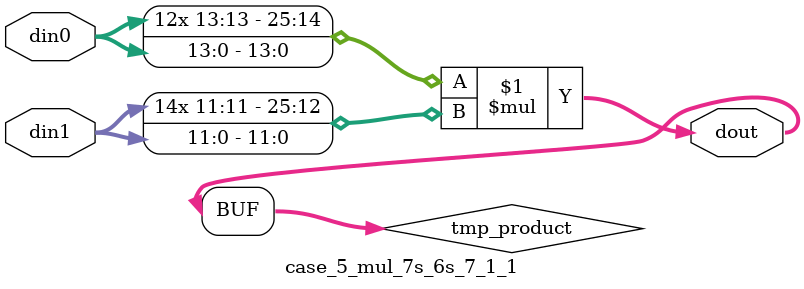
<source format=v>

`timescale 1 ns / 1 ps

 module case_5_mul_7s_6s_7_1_1(din0, din1, dout);
parameter ID = 1;
parameter NUM_STAGE = 0;
parameter din0_WIDTH = 14;
parameter din1_WIDTH = 12;
parameter dout_WIDTH = 26;

input [din0_WIDTH - 1 : 0] din0; 
input [din1_WIDTH - 1 : 0] din1; 
output [dout_WIDTH - 1 : 0] dout;

wire signed [dout_WIDTH - 1 : 0] tmp_product;



























assign tmp_product = $signed(din0) * $signed(din1);








assign dout = tmp_product;





















endmodule

</source>
